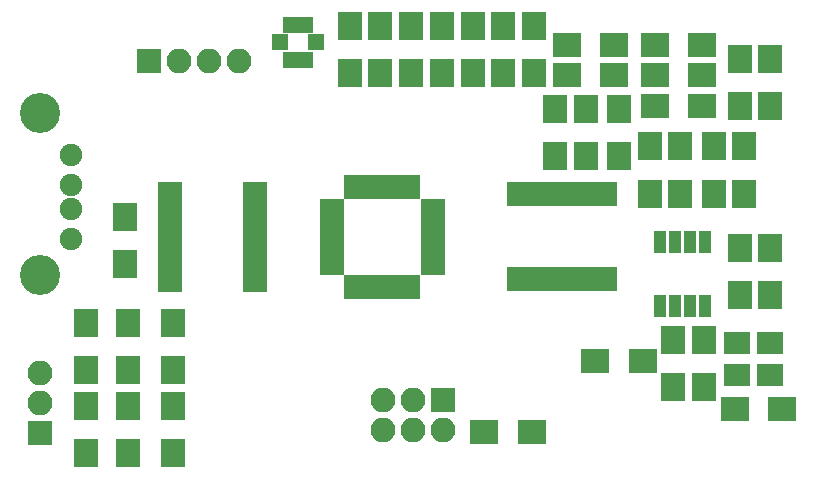
<source format=gts>
G04 #@! TF.FileFunction,Soldermask,Top*
%FSLAX46Y46*%
G04 Gerber Fmt 4.6, Leading zero omitted, Abs format (unit mm)*
G04 Created by KiCad (PCBNEW 4.0.5+dfsg1-4) date Sun Jul 16 22:59:55 2017*
%MOMM*%
%LPD*%
G01*
G04 APERTURE LIST*
%ADD10C,0.100000*%
%ADD11R,2.000000X0.950000*%
%ADD12R,0.950000X2.000000*%
%ADD13R,2.000000X2.400000*%
%ADD14R,0.850000X2.150000*%
%ADD15R,2.400000X2.000000*%
%ADD16R,2.100000X2.400000*%
%ADD17R,2.400000X2.100000*%
%ADD18R,2.100000X2.100000*%
%ADD19O,2.100000X2.100000*%
%ADD20C,1.900000*%
%ADD21C,3.400000*%
%ADD22R,1.441400X1.390600*%
%ADD23R,2.609800X1.441400*%
%ADD24R,1.000000X1.950000*%
%ADD25R,2.150000X0.850000*%
%ADD26R,2.200000X1.940000*%
G04 APERTURE END LIST*
D10*
D11*
X154360000Y-99910000D03*
X154360000Y-100710000D03*
X154360000Y-101510000D03*
X154360000Y-102310000D03*
X154360000Y-103110000D03*
X154360000Y-103910000D03*
X154360000Y-104710000D03*
X154360000Y-105510000D03*
D12*
X155810000Y-106960000D03*
X156610000Y-106960000D03*
X157410000Y-106960000D03*
X158210000Y-106960000D03*
X159010000Y-106960000D03*
X159810000Y-106960000D03*
X160610000Y-106960000D03*
X161410000Y-106960000D03*
D11*
X162860000Y-105510000D03*
X162860000Y-104710000D03*
X162860000Y-103910000D03*
X162860000Y-103110000D03*
X162860000Y-102310000D03*
X162860000Y-101510000D03*
X162860000Y-100710000D03*
X162860000Y-99910000D03*
D12*
X161410000Y-98460000D03*
X160610000Y-98460000D03*
X159810000Y-98460000D03*
X159010000Y-98460000D03*
X158210000Y-98460000D03*
X157410000Y-98460000D03*
X156610000Y-98460000D03*
X155810000Y-98460000D03*
D13*
X133500000Y-117050000D03*
X133500000Y-121050000D03*
D14*
X169625000Y-106310000D03*
X170275000Y-106310000D03*
X170925000Y-106310000D03*
X171575000Y-106310000D03*
X172225000Y-106310000D03*
X172875000Y-106310000D03*
X173525000Y-106310000D03*
X174175000Y-106310000D03*
X174825000Y-106310000D03*
X175475000Y-106310000D03*
X176125000Y-106310000D03*
X176775000Y-106310000D03*
X177425000Y-106310000D03*
X178075000Y-106310000D03*
X178075000Y-99110000D03*
X177425000Y-99110000D03*
X176775000Y-99110000D03*
X176125000Y-99110000D03*
X175475000Y-99110000D03*
X174825000Y-99110000D03*
X174175000Y-99110000D03*
X173525000Y-99110000D03*
X172875000Y-99110000D03*
X172225000Y-99110000D03*
X171575000Y-99110000D03*
X170925000Y-99110000D03*
X170275000Y-99110000D03*
X169625000Y-99110000D03*
D15*
X167250000Y-119250000D03*
X171250000Y-119250000D03*
X188450000Y-117250000D03*
X192450000Y-117250000D03*
D13*
X136850000Y-101050000D03*
X136850000Y-105050000D03*
X191450000Y-91650000D03*
X191450000Y-87650000D03*
D15*
X185650000Y-89050000D03*
X181650000Y-89050000D03*
D13*
X173250000Y-95850000D03*
X173250000Y-91850000D03*
X137050000Y-117050000D03*
X137050000Y-121050000D03*
D15*
X178250000Y-86450000D03*
X174250000Y-86450000D03*
D13*
X140850000Y-117050000D03*
X140850000Y-121050000D03*
X181250000Y-95050000D03*
X181250000Y-99050000D03*
X140855000Y-113995000D03*
X140855000Y-109995000D03*
X171450000Y-88850000D03*
X171450000Y-84850000D03*
X183850000Y-95050000D03*
X183850000Y-99050000D03*
X137045000Y-113995000D03*
X137045000Y-109995000D03*
X163650000Y-88850000D03*
X163650000Y-84850000D03*
X168850000Y-88850000D03*
X168850000Y-84850000D03*
X158450000Y-88850000D03*
X158450000Y-84850000D03*
X155850000Y-88850000D03*
X155850000Y-84850000D03*
X161050000Y-88850000D03*
X161050000Y-84850000D03*
X166250000Y-88850000D03*
X166250000Y-84850000D03*
X133485000Y-113995000D03*
X133485000Y-109995000D03*
X189250000Y-99050000D03*
X189250000Y-95050000D03*
D16*
X188850000Y-87650000D03*
X188850000Y-91650000D03*
D17*
X181650000Y-86450000D03*
X185650000Y-86450000D03*
D16*
X178650000Y-91850000D03*
X178650000Y-95850000D03*
D17*
X178250000Y-89050000D03*
X174250000Y-89050000D03*
X185650000Y-91650000D03*
X181650000Y-91650000D03*
D16*
X186650000Y-95050000D03*
X186650000Y-99050000D03*
D18*
X138850000Y-87850000D03*
D19*
X141390000Y-87850000D03*
X143930000Y-87850000D03*
X146470000Y-87850000D03*
D20*
X132250000Y-102860000D03*
X132250000Y-100320000D03*
X132250000Y-98290000D03*
X132250000Y-95750000D03*
D21*
X129580000Y-105910000D03*
X129580000Y-92190000D03*
D22*
X152986700Y-86250000D03*
D23*
X151450000Y-84776800D03*
D22*
X149938700Y-86250000D03*
D23*
X151450000Y-87723200D03*
D18*
X129655000Y-119305000D03*
D19*
X129655000Y-116765000D03*
X129655000Y-114225000D03*
D17*
X176650000Y-113250000D03*
X180650000Y-113250000D03*
D16*
X183250000Y-111450000D03*
X183250000Y-115450000D03*
X185850000Y-115450000D03*
X185850000Y-111450000D03*
X191450000Y-107650000D03*
X191450000Y-103650000D03*
X188850000Y-103650000D03*
X188850000Y-107650000D03*
X175850000Y-95850000D03*
X175850000Y-91850000D03*
D24*
X182145000Y-108550000D03*
X183415000Y-108550000D03*
X184685000Y-108550000D03*
X185955000Y-108550000D03*
X185955000Y-103150000D03*
X184685000Y-103150000D03*
X183415000Y-103150000D03*
X182145000Y-103150000D03*
D25*
X147850000Y-106975000D03*
X147850000Y-106325000D03*
X147850000Y-105675000D03*
X147850000Y-105025000D03*
X147850000Y-104375000D03*
X147850000Y-103725000D03*
X147850000Y-103075000D03*
X147850000Y-102425000D03*
X147850000Y-101775000D03*
X147850000Y-101125000D03*
X147850000Y-100475000D03*
X147850000Y-99825000D03*
X147850000Y-99175000D03*
X147850000Y-98525000D03*
X140650000Y-98525000D03*
X140650000Y-99175000D03*
X140650000Y-99825000D03*
X140650000Y-100475000D03*
X140650000Y-101125000D03*
X140650000Y-101775000D03*
X140650000Y-102425000D03*
X140650000Y-103075000D03*
X140650000Y-103725000D03*
X140650000Y-104375000D03*
X140650000Y-105025000D03*
X140650000Y-105675000D03*
X140650000Y-106325000D03*
X140650000Y-106975000D03*
D26*
X191450000Y-114390000D03*
X191450000Y-111710000D03*
X188650000Y-111710000D03*
X188650000Y-114390000D03*
D18*
X163750000Y-116500000D03*
D19*
X163750000Y-119040000D03*
X161210000Y-116500000D03*
X161210000Y-119040000D03*
X158670000Y-116500000D03*
X158670000Y-119040000D03*
M02*

</source>
